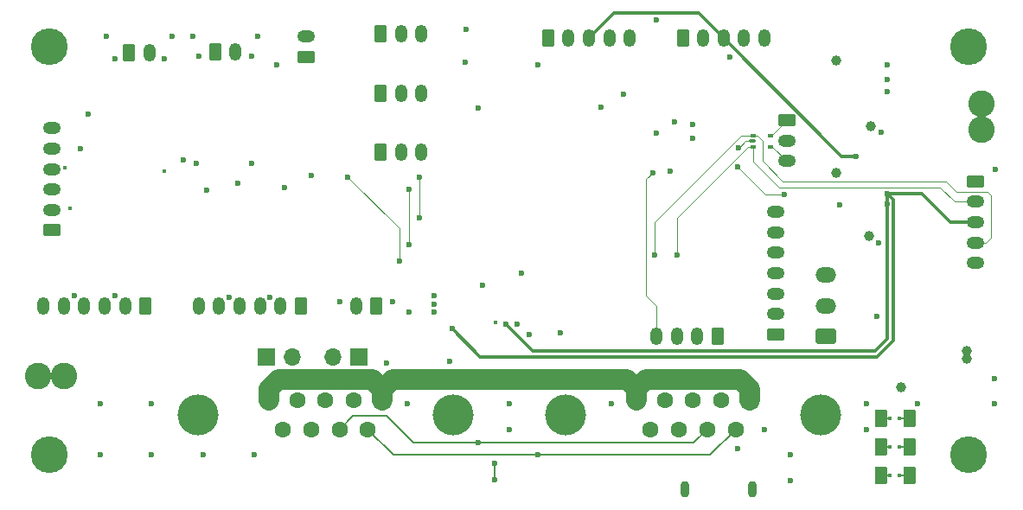
<source format=gbr>
%TF.GenerationSoftware,KiCad,Pcbnew,9.0.0*%
%TF.CreationDate,2025-05-15T12:14:53+12:00*%
%TF.ProjectId,ADC_Board,4144435f-426f-4617-9264-2e6b69636164,A*%
%TF.SameCoordinates,Original*%
%TF.FileFunction,Copper,L4,Bot*%
%TF.FilePolarity,Positive*%
%FSLAX46Y46*%
G04 Gerber Fmt 4.6, Leading zero omitted, Abs format (unit mm)*
G04 Created by KiCad (PCBNEW 9.0.0) date 2025-05-15 12:14:53*
%MOMM*%
%LPD*%
G01*
G04 APERTURE LIST*
G04 Aperture macros list*
%AMRoundRect*
0 Rectangle with rounded corners*
0 $1 Rounding radius*
0 $2 $3 $4 $5 $6 $7 $8 $9 X,Y pos of 4 corners*
0 Add a 4 corners polygon primitive as box body*
4,1,4,$2,$3,$4,$5,$6,$7,$8,$9,$2,$3,0*
0 Add four circle primitives for the rounded corners*
1,1,$1+$1,$2,$3*
1,1,$1+$1,$4,$5*
1,1,$1+$1,$6,$7*
1,1,$1+$1,$8,$9*
0 Add four rect primitives between the rounded corners*
20,1,$1+$1,$2,$3,$4,$5,0*
20,1,$1+$1,$4,$5,$6,$7,0*
20,1,$1+$1,$6,$7,$8,$9,0*
20,1,$1+$1,$8,$9,$2,$3,0*%
G04 Aperture macros list end*
%TA.AperFunction,ComponentPad*%
%ADD10RoundRect,0.250000X-0.625000X0.350000X-0.625000X-0.350000X0.625000X-0.350000X0.625000X0.350000X0*%
%TD*%
%TA.AperFunction,ComponentPad*%
%ADD11O,1.750000X1.200000*%
%TD*%
%TA.AperFunction,ComponentPad*%
%ADD12C,3.600000*%
%TD*%
%TA.AperFunction,ComponentPad*%
%ADD13R,1.700000X1.700000*%
%TD*%
%TA.AperFunction,ComponentPad*%
%ADD14O,1.700000X1.700000*%
%TD*%
%TA.AperFunction,ComponentPad*%
%ADD15C,2.600000*%
%TD*%
%TA.AperFunction,ComponentPad*%
%ADD16RoundRect,0.250000X0.625000X-0.350000X0.625000X0.350000X-0.625000X0.350000X-0.625000X-0.350000X0*%
%TD*%
%TA.AperFunction,ComponentPad*%
%ADD17RoundRect,0.250000X0.350000X0.625000X-0.350000X0.625000X-0.350000X-0.625000X0.350000X-0.625000X0*%
%TD*%
%TA.AperFunction,ComponentPad*%
%ADD18O,1.200000X1.750000*%
%TD*%
%TA.AperFunction,HeatsinkPad*%
%ADD19O,0.900000X1.600000*%
%TD*%
%TA.AperFunction,ComponentPad*%
%ADD20RoundRect,0.250000X-0.350000X-0.625000X0.350000X-0.625000X0.350000X0.625000X-0.350000X0.625000X0*%
%TD*%
%TA.AperFunction,ComponentPad*%
%ADD21RoundRect,0.250001X0.759999X-0.499999X0.759999X0.499999X-0.759999X0.499999X-0.759999X-0.499999X0*%
%TD*%
%TA.AperFunction,ComponentPad*%
%ADD22O,2.020000X1.500000*%
%TD*%
%TA.AperFunction,SMDPad,CuDef*%
%ADD23RoundRect,0.095000X-0.155000X-0.095000X0.155000X-0.095000X0.155000X0.095000X-0.155000X0.095000X0*%
%TD*%
%TA.AperFunction,SMDPad,CuDef*%
%ADD24RoundRect,0.075000X-0.250000X-0.075000X0.250000X-0.075000X0.250000X0.075000X-0.250000X0.075000X0*%
%TD*%
%TA.AperFunction,ComponentPad*%
%ADD25C,4.000000*%
%TD*%
%TA.AperFunction,ComponentPad*%
%ADD26R,1.600000X1.600000*%
%TD*%
%TA.AperFunction,ComponentPad*%
%ADD27C,1.600000*%
%TD*%
%TA.AperFunction,SMDPad,CuDef*%
%ADD28RoundRect,0.250000X-0.375000X-0.625000X0.375000X-0.625000X0.375000X0.625000X-0.375000X0.625000X0*%
%TD*%
%TA.AperFunction,ViaPad*%
%ADD29C,0.600000*%
%TD*%
%TA.AperFunction,ViaPad*%
%ADD30C,0.450000*%
%TD*%
%TA.AperFunction,ViaPad*%
%ADD31C,1.000000*%
%TD*%
%TA.AperFunction,Conductor*%
%ADD32C,0.100000*%
%TD*%
%TA.AperFunction,Conductor*%
%ADD33C,0.200000*%
%TD*%
%TA.AperFunction,Conductor*%
%ADD34C,2.000000*%
%TD*%
%TA.AperFunction,Conductor*%
%ADD35C,0.300000*%
%TD*%
G04 APERTURE END LIST*
D10*
%TO.P,J2,1,Pin_1*%
%TO.N,/UART2_RX*%
X167150000Y-82200000D03*
D11*
%TO.P,J2,2,Pin_2*%
%TO.N,GND*%
X167150000Y-84200000D03*
%TO.P,J2,3,Pin_3*%
%TO.N,/UART2_TX*%
X167150000Y-86200000D03*
%TD*%
D12*
%TO.P,H4,1,1*%
%TO.N,GND*%
X185000000Y-115000000D03*
%TD*%
D13*
%TO.P,J8,1,Pin_1*%
%TO.N,/CANH1*%
X125275000Y-105400000D03*
D14*
%TO.P,J8,2,Pin_2*%
%TO.N,Net-(J8-Pin_2)*%
X122735000Y-105400000D03*
%TD*%
D15*
%TO.P,TP19,1,1*%
%TO.N,GND*%
X93830000Y-107300000D03*
X96370000Y-107300000D03*
%TD*%
D13*
%TO.P,J9,1,Pin_1*%
%TO.N,/CANL2*%
X116200000Y-105400000D03*
D14*
%TO.P,J9,2,Pin_2*%
%TO.N,Net-(J9-Pin_2)*%
X118740000Y-105400000D03*
%TD*%
D15*
%TO.P,TP20,1,1*%
%TO.N,GND*%
X186200000Y-83140000D03*
X186200000Y-80600000D03*
%TD*%
D16*
%TO.P,J3,1,Pin_1*%
%TO.N,GND*%
X166050000Y-103200000D03*
D11*
%TO.P,J3,2,Pin_2*%
%TO.N,/E1*%
X166050000Y-101200000D03*
%TO.P,J3,3,Pin_3*%
%TO.N,/E2*%
X166050000Y-99200000D03*
%TO.P,J3,4,Pin_4*%
%TO.N,+3V3*%
X166050000Y-97200000D03*
%TO.P,J3,5,Pin_5*%
%TO.N,/E3*%
X166050000Y-95200000D03*
%TO.P,J3,6,Pin_6*%
%TO.N,/E4*%
X166050000Y-93200000D03*
%TO.P,J3,7,Pin_7*%
%TO.N,GND*%
X166050000Y-91200000D03*
%TD*%
D12*
%TO.P,H3,1,1*%
%TO.N,GND*%
X95000000Y-115000000D03*
%TD*%
D17*
%TO.P,J1,1,Pin_1*%
%TO.N,/SWCLK*%
X160400000Y-103400000D03*
D18*
%TO.P,J1,2,Pin_2*%
%TO.N,GND*%
X158400000Y-103400000D03*
%TO.P,J1,3,Pin_3*%
%TO.N,/SWDIO*%
X156400000Y-103400000D03*
%TO.P,J1,4,Pin_4*%
%TO.N,/NRST*%
X154400000Y-103400000D03*
%TD*%
D12*
%TO.P,H1,1,1*%
%TO.N,GND*%
X95000000Y-75000000D03*
%TD*%
%TO.P,H2,1,1*%
%TO.N,GND*%
X185000000Y-75000000D03*
%TD*%
D19*
%TO.P,J4,6,Shield*%
%TO.N,unconnected-(J4-Shield-Pad6)_4*%
X157200000Y-118400000D03*
%TO.N,unconnected-(J4-Shield-Pad6)*%
X163800000Y-118400000D03*
%TD*%
D20*
%TO.P,J15,1,Pin_1*%
%TO.N,GND*%
X127400000Y-73750000D03*
D18*
%TO.P,J15,2,Pin_2*%
%TO.N,Net-(J15-Pin_2)*%
X129400000Y-73750000D03*
%TO.P,J15,3,Pin_3*%
%TO.N,+5VA*%
X131400000Y-73750000D03*
%TD*%
D17*
%TO.P,J14,1,Pin_1*%
%TO.N,+5VA*%
X119600000Y-100450000D03*
D18*
%TO.P,J14,2,Pin_2*%
%TO.N,/Analog Domain/LC_B_SENSE+*%
X117600000Y-100450000D03*
%TO.P,J14,3,Pin_3*%
%TO.N,/Analog Domain/LC_B_SIG+*%
X115600000Y-100450000D03*
%TO.P,J14,4,Pin_4*%
%TO.N,/Analog Domain/LC_B_SIG-*%
X113600000Y-100450000D03*
%TO.P,J14,5,Pin_5*%
%TO.N,/Analog Domain/LC_B_SENSE-*%
X111600000Y-100450000D03*
%TO.P,J14,6,Pin_6*%
%TO.N,GND*%
X109600000Y-100450000D03*
%TD*%
D20*
%TO.P,J20,1,Pin_1*%
%TO.N,Net-(J20-Pin_1)*%
X102800000Y-75600000D03*
D18*
%TO.P,J20,2,Pin_2*%
%TO.N,Net-(J20-Pin_2)*%
X104800000Y-75600000D03*
%TD*%
D20*
%TO.P,J7,1,Pin_1*%
%TO.N,GND*%
X157000000Y-74200000D03*
D18*
%TO.P,J7,2,Pin_2*%
%TO.N,/I2C2_SDA*%
X159000000Y-74200000D03*
%TO.P,J7,3,Pin_3*%
%TO.N,+5V*%
X161000000Y-74200000D03*
%TO.P,J7,4,Pin_4*%
%TO.N,/I2C2_SCL*%
X163000000Y-74200000D03*
%TO.P,J7,5,Pin_5*%
%TO.N,+3V3*%
X165000000Y-74200000D03*
%TD*%
D21*
%TO.P,J12,1,Pin_1*%
%TO.N,Net-(J12-Pin_1)*%
X171000000Y-103400000D03*
D22*
%TO.P,J12,2,Pin_2*%
%TO.N,GND*%
X171000000Y-100400000D03*
%TO.P,J12,3,Pin_3*%
X171000000Y-97400000D03*
%TD*%
D23*
%TO.P,D1,1,K1*%
%TO.N,/I2C1_SDA*%
X163900000Y-84800000D03*
D24*
%TO.P,D1,2,A*%
%TO.N,GND*%
X163820000Y-84260000D03*
D23*
%TO.P,D1,3,K2*%
%TO.N,/I2C1_SCL*%
X163900000Y-83720000D03*
%TO.P,D1,4,K3*%
%TO.N,/UART2_RX*%
X165600000Y-83720000D03*
%TO.P,D1,5,K4*%
%TO.N,/UART2_TX*%
X165600000Y-84800000D03*
%TD*%
D25*
%TO.P,J11,0*%
%TO.N,N/C*%
X134500000Y-111080000D03*
X109500000Y-111080000D03*
D26*
%TO.P,J11,1,1*%
%TO.N,/+7V4_CAN*%
X127540000Y-109660000D03*
D27*
%TO.P,J11,2,2*%
%TO.N,GND*%
X124770000Y-109660000D03*
%TO.P,J11,3,3*%
%TO.N,unconnected-(J11-Pad3)*%
X122000000Y-109660000D03*
%TO.P,J11,4,4*%
%TO.N,GND*%
X119230000Y-109660000D03*
%TO.P,J11,5,5*%
%TO.N,/+7V4_CAN*%
X116460000Y-109660000D03*
%TO.P,J11,6,6*%
%TO.N,/CANH1*%
X126155000Y-112500000D03*
%TO.P,J11,7,7*%
%TO.N,/CANL1*%
X123385000Y-112500000D03*
%TO.P,J11,8,8*%
%TO.N,/CANH2*%
X120615000Y-112500000D03*
%TO.P,J11,9,9*%
%TO.N,/CANL2*%
X117845000Y-112500000D03*
%TD*%
D20*
%TO.P,J10,1,Pin_1*%
%TO.N,GND*%
X143800000Y-74200000D03*
D18*
%TO.P,J10,2,Pin_2*%
%TO.N,/I2C3_SDA*%
X145800000Y-74200000D03*
%TO.P,J10,3,Pin_3*%
%TO.N,+5V*%
X147800000Y-74200000D03*
%TO.P,J10,4,Pin_4*%
%TO.N,/I2C3_SCL*%
X149800000Y-74200000D03*
%TO.P,J10,5,Pin_5*%
%TO.N,+3V3*%
X151800000Y-74200000D03*
%TD*%
D20*
%TO.P,J17,1,Pin_1*%
%TO.N,GND*%
X127400000Y-79550000D03*
D18*
%TO.P,J17,2,Pin_2*%
%TO.N,Net-(J17-Pin_2)*%
X129400000Y-79550000D03*
%TO.P,J17,3,Pin_3*%
%TO.N,+5VA*%
X131400000Y-79550000D03*
%TD*%
D28*
%TO.P,D6,1,K*%
%TO.N,GND*%
X176400000Y-114200000D03*
%TO.P,D6,2,A*%
%TO.N,Net-(D6-A)*%
X179200000Y-114200000D03*
%TD*%
D16*
%TO.P,J13,1,Pin_1*%
%TO.N,+5VA*%
X95200000Y-93000000D03*
D11*
%TO.P,J13,2,Pin_2*%
%TO.N,/Analog Domain/LC_A_SENSE+*%
X95200000Y-91000000D03*
%TO.P,J13,3,Pin_3*%
%TO.N,/Analog Domain/LC_A_SIG+*%
X95200000Y-89000000D03*
%TO.P,J13,4,Pin_4*%
%TO.N,/Analog Domain/LC_A_SIG-*%
X95200000Y-87000000D03*
%TO.P,J13,5,Pin_5*%
%TO.N,/Analog Domain/LC_A_SENSE-*%
X95200000Y-85000000D03*
%TO.P,J13,6,Pin_6*%
%TO.N,GND*%
X95200000Y-83000000D03*
%TD*%
D28*
%TO.P,D7,1,K*%
%TO.N,GND*%
X176400000Y-117000000D03*
%TO.P,D7,2,A*%
%TO.N,Net-(D7-A)*%
X179200000Y-117000000D03*
%TD*%
D10*
%TO.P,J5,1,Pin_1*%
%TO.N,GND*%
X185650000Y-88200000D03*
D11*
%TO.P,J5,2,Pin_2*%
%TO.N,/I2C1_SDA*%
X185650000Y-90200000D03*
%TO.P,J5,3,Pin_3*%
%TO.N,+5V*%
X185650000Y-92200000D03*
%TO.P,J5,4,Pin_4*%
%TO.N,/I2C1_SCL*%
X185650000Y-94200000D03*
%TO.P,J5,5,Pin_5*%
%TO.N,+3V3*%
X185650000Y-96200000D03*
%TD*%
D17*
%TO.P,J18,1,Pin_1*%
%TO.N,Net-(J18-Pin_1)*%
X127000000Y-100400000D03*
D18*
%TO.P,J18,2,Pin_2*%
%TO.N,Net-(J18-Pin_2)*%
X125000000Y-100400000D03*
%TD*%
D16*
%TO.P,J22,1,Pin_1*%
%TO.N,Net-(J22-Pin_1)*%
X120150000Y-76000000D03*
D11*
%TO.P,J22,2,Pin_2*%
%TO.N,GND*%
X120150000Y-74000000D03*
%TD*%
D25*
%TO.P,J6,0*%
%TO.N,N/C*%
X170500000Y-111080000D03*
X145500000Y-111080000D03*
D26*
%TO.P,J6,1,1*%
%TO.N,/+7V4_CAN*%
X163540000Y-109660000D03*
D27*
%TO.P,J6,2,2*%
%TO.N,GND*%
X160770000Y-109660000D03*
%TO.P,J6,3,3*%
%TO.N,unconnected-(J6-Pad3)*%
X158000000Y-109660000D03*
%TO.P,J6,4,4*%
%TO.N,GND*%
X155230000Y-109660000D03*
%TO.P,J6,5,5*%
%TO.N,/+7V4_CAN*%
X152460000Y-109660000D03*
%TO.P,J6,6,6*%
%TO.N,/CANH1*%
X162155000Y-112500000D03*
%TO.P,J6,7,7*%
%TO.N,/CANL1*%
X159385000Y-112500000D03*
%TO.P,J6,8,8*%
%TO.N,/CANH2*%
X156615000Y-112500000D03*
%TO.P,J6,9,9*%
%TO.N,/CANL2*%
X153845000Y-112500000D03*
%TD*%
D20*
%TO.P,J19,1,Pin_1*%
%TO.N,GND*%
X127400000Y-85350000D03*
D18*
%TO.P,J19,2,Pin_2*%
%TO.N,Net-(J19-Pin_2)*%
X129400000Y-85350000D03*
%TO.P,J19,3,Pin_3*%
%TO.N,+5VA*%
X131400000Y-85350000D03*
%TD*%
D20*
%TO.P,J21,1,Pin_1*%
%TO.N,Net-(J21-Pin_1)*%
X111200000Y-75530000D03*
D18*
%TO.P,J21,2,Pin_2*%
%TO.N,Net-(J21-Pin_2)*%
X113200000Y-75530000D03*
%TD*%
D17*
%TO.P,J16,1,Pin_1*%
%TO.N,+5VA*%
X104400000Y-100400000D03*
D18*
%TO.P,J16,2,Pin_2*%
%TO.N,/Analog Domain/LC_C_SENSE+*%
X102400000Y-100400000D03*
%TO.P,J16,3,Pin_3*%
%TO.N,/Analog Domain/LC_C_SIG+*%
X100400000Y-100400000D03*
%TO.P,J16,4,Pin_4*%
%TO.N,/Analog Domain/LC_C_SIG-*%
X98400000Y-100400000D03*
%TO.P,J16,5,Pin_5*%
%TO.N,/Analog Domain/LC_C_SENSE-*%
X96400000Y-100400000D03*
%TO.P,J16,6,Pin_6*%
%TO.N,GND*%
X94400000Y-100400000D03*
%TD*%
D28*
%TO.P,D5,1,K*%
%TO.N,GND*%
X176400000Y-111400000D03*
%TO.P,D5,2,A*%
%TO.N,Net-(D5-A)*%
X179200000Y-111400000D03*
%TD*%
D29*
%TO.N,+3V3*%
X158000000Y-84000000D03*
X142800000Y-76800000D03*
X187600000Y-87000000D03*
X177000000Y-79400000D03*
X113400000Y-88400000D03*
X145000000Y-103000000D03*
X137387500Y-98387500D03*
X154443360Y-83442449D03*
X142000000Y-103200000D03*
X120600000Y-87600000D03*
X177000000Y-76800000D03*
X177000000Y-78200000D03*
X161600000Y-76000000D03*
%TO.N,GND*%
X101400000Y-76200000D03*
X115000000Y-115000000D03*
X105000000Y-115000000D03*
D30*
X97000000Y-90800000D03*
D29*
X107000000Y-74000000D03*
D31*
X184800000Y-104800000D03*
D29*
X162400000Y-114400000D03*
X109400000Y-86425000D03*
X162450000Y-84900000D03*
X106200000Y-76200000D03*
X141200000Y-97200000D03*
X114800000Y-75980000D03*
X130000000Y-110000000D03*
X140000000Y-112500000D03*
X123400000Y-100000000D03*
X176000000Y-101400000D03*
X187500000Y-107500000D03*
X158000000Y-82600000D03*
X140800000Y-102200000D03*
X128000000Y-106000000D03*
X128600000Y-100000000D03*
X165000000Y-112500000D03*
X110000000Y-115000000D03*
X155800000Y-87200000D03*
D31*
X172000000Y-87400000D03*
D29*
X180000000Y-110000000D03*
X116600000Y-99600000D03*
X105000000Y-110000000D03*
D30*
X138698828Y-102025000D03*
D29*
X112600000Y-99600000D03*
X167500000Y-115000000D03*
X176200000Y-94200000D03*
X114800000Y-86400000D03*
X135800000Y-73300000D03*
D30*
X177300000Y-114200000D03*
D29*
X135700000Y-76500000D03*
X137000000Y-81000000D03*
D31*
X178400000Y-108400000D03*
D29*
X151200000Y-79700000D03*
X187500000Y-110000000D03*
X98000000Y-85000000D03*
X100000000Y-115000000D03*
X140000000Y-110000000D03*
X115400000Y-73980000D03*
X108100000Y-86100000D03*
X154400000Y-72400000D03*
X134200000Y-105800000D03*
X97400000Y-99400000D03*
X175000000Y-110000000D03*
X109600000Y-75980000D03*
X149000000Y-80900000D03*
X110400000Y-89100000D03*
X150000000Y-110000000D03*
D31*
X184800000Y-105600000D03*
D29*
X176400000Y-83400000D03*
X167500000Y-117500000D03*
D31*
X175375000Y-82825000D03*
D29*
X101400000Y-99400000D03*
X156200000Y-82400000D03*
D30*
X177300000Y-111400000D03*
D29*
X118000000Y-88850000D03*
D31*
X172000000Y-76400000D03*
D29*
X172337500Y-90462500D03*
X100000000Y-110000000D03*
D30*
X177300000Y-117000000D03*
D29*
X98800000Y-81600000D03*
D31*
X175275000Y-93525000D03*
D29*
X175000000Y-112500000D03*
D30*
X96503498Y-86882745D03*
D29*
%TO.N,/CANL1*%
X137000000Y-113800000D03*
%TO.N,/CANH1*%
X142800000Y-115000000D03*
%TO.N,/CANL2*%
X138600000Y-117400000D03*
X138600000Y-115800000D03*
D30*
%TO.N,Net-(D6-A)*%
X178200000Y-114200000D03*
D29*
%TO.N,/NRST*%
X154050000Y-87350000D03*
%TO.N,/I2C1_SCL*%
X154200000Y-95400000D03*
%TO.N,/I2C1_SDA*%
X156400000Y-95400000D03*
%TO.N,/2S+ A10*%
X166900000Y-89500000D03*
X162400000Y-86800000D03*
%TO.N,+5V*%
X134400000Y-102600000D03*
X177000000Y-89400000D03*
X177000000Y-90400000D03*
X139700126Y-102200000D03*
X174000000Y-85725000D03*
%TO.N,+5VA*%
X109000000Y-73980000D03*
X117200000Y-76800000D03*
X132625000Y-101000000D03*
X130200000Y-101000000D03*
X132625000Y-99400000D03*
X132625000Y-100200000D03*
D30*
X106200000Y-87200000D03*
D29*
X100600000Y-74000000D03*
D30*
%TO.N,Net-(D5-A)*%
X178200000Y-111400000D03*
%TO.N,Net-(D7-A)*%
X178200000Y-117000000D03*
D29*
%TO.N,Net-(U5-RESET_N)*%
X124200000Y-87800000D03*
X129218896Y-95981104D03*
%TO.N,Net-(U5-DRDY_N)*%
X130200000Y-94380518D03*
X130200000Y-89000000D03*
%TO.N,Net-(U5-CS_N)*%
X131200000Y-91800000D03*
X131200000Y-87800000D03*
%TD*%
D32*
%TO.N,GND*%
X162500000Y-84900000D02*
X163140000Y-84260000D01*
X163140000Y-84260000D02*
X163820000Y-84260000D01*
D33*
X176400000Y-111400000D02*
X177300000Y-111400000D01*
X176400000Y-114200000D02*
X177300000Y-114200000D01*
D32*
X162450000Y-84900000D02*
X162500000Y-84900000D01*
D33*
X176400000Y-117000000D02*
X177300000Y-117000000D01*
%TO.N,/CANL1*%
X128000000Y-111200000D02*
X130600000Y-113800000D01*
X130600000Y-113800000D02*
X137000000Y-113800000D01*
X137000000Y-113800000D02*
X158085000Y-113800000D01*
X124685000Y-111200000D02*
X128000000Y-111200000D01*
X123385000Y-112500000D02*
X124685000Y-111200000D01*
X158085000Y-113800000D02*
X159385000Y-112500000D01*
%TO.N,/CANH1*%
X142800000Y-115000000D02*
X128655000Y-115000000D01*
X142800000Y-115000000D02*
X159655000Y-115000000D01*
X159655000Y-115000000D02*
X162155000Y-112500000D01*
X128655000Y-115000000D02*
X126155000Y-112500000D01*
%TO.N,/CANL2*%
X138600000Y-117400000D02*
X138600000Y-115800000D01*
%TO.N,Net-(D6-A)*%
X179200000Y-114200000D02*
X178200000Y-114200000D01*
D34*
%TO.N,/+7V4_CAN*%
X117388630Y-107600000D02*
X126600000Y-107600000D01*
X116460000Y-108528630D02*
X117388630Y-107600000D01*
X116460000Y-109660000D02*
X116460000Y-108528630D01*
X153388630Y-107600000D02*
X162600000Y-107600000D01*
X152460000Y-108528630D02*
X151531370Y-107600000D01*
X128600000Y-107600000D02*
X127600000Y-108600000D01*
X127540000Y-109660000D02*
X127540000Y-108660000D01*
X163540000Y-108540000D02*
X163540000Y-109660000D01*
X151531370Y-107600000D02*
X128600000Y-107600000D01*
X152460000Y-109660000D02*
X152460000Y-108528630D01*
X152460000Y-108528630D02*
X153388630Y-107600000D01*
X126600000Y-107600000D02*
X127600000Y-108600000D01*
X127540000Y-108660000D02*
X127600000Y-108600000D01*
X162600000Y-107600000D02*
X163540000Y-108540000D01*
D32*
%TO.N,/NRST*%
X154050000Y-87350000D02*
X153400000Y-88000000D01*
X154400000Y-100400000D02*
X154400000Y-103400000D01*
X153400000Y-99400000D02*
X154400000Y-100400000D01*
X153400000Y-88000000D02*
X153400000Y-99400000D01*
%TO.N,/UART2_RX*%
X165600000Y-83720000D02*
X165630000Y-83720000D01*
X165630000Y-83720000D02*
X167150000Y-82200000D01*
%TO.N,/UART2_TX*%
X165750000Y-84800000D02*
X167150000Y-86200000D01*
X165600000Y-84800000D02*
X165750000Y-84800000D01*
%TO.N,/I2C1_SCL*%
X186800000Y-89200000D02*
X187200000Y-89600000D01*
X186683912Y-94200000D02*
X185650000Y-94200000D01*
X154200000Y-95400000D02*
X154200000Y-92200000D01*
X183800000Y-89200000D02*
X186800000Y-89200000D01*
X182800000Y-88200000D02*
X183800000Y-89200000D01*
X187200000Y-89600000D02*
X187200000Y-93683912D01*
X164800000Y-84200000D02*
X164800000Y-86200000D01*
X162680000Y-83720000D02*
X163900000Y-83720000D01*
X164800000Y-86200000D02*
X166800000Y-88200000D01*
X166800000Y-88200000D02*
X182800000Y-88200000D01*
X164320000Y-83720000D02*
X164800000Y-84200000D01*
X163900000Y-83720000D02*
X164320000Y-83720000D01*
X154200000Y-92200000D02*
X162680000Y-83720000D01*
X187200000Y-93683912D02*
X186683912Y-94200000D01*
%TO.N,/I2C1_SDA*%
X166400000Y-88800000D02*
X182200000Y-88800000D01*
X163900000Y-86300000D02*
X166400000Y-88800000D01*
X183600000Y-90200000D02*
X185650000Y-90200000D01*
X163400000Y-84800000D02*
X163900000Y-84800000D01*
X163900000Y-84800000D02*
X163900000Y-86300000D01*
X156400000Y-91800000D02*
X163400000Y-84800000D01*
X156400000Y-95400000D02*
X156400000Y-91800000D01*
X182200000Y-88800000D02*
X183600000Y-90200000D01*
%TO.N,/2S+ A10*%
X166900000Y-89500000D02*
X165100000Y-89500000D01*
X165100000Y-89500000D02*
X162400000Y-86800000D01*
D35*
%TO.N,+5V*%
X177000000Y-89400000D02*
X180400000Y-89400000D01*
X134400000Y-102600000D02*
X137164000Y-105364000D01*
X177000000Y-90400000D02*
X177000000Y-103600000D01*
X161000000Y-74200000D02*
X158549000Y-71749000D01*
X177000000Y-103600000D02*
X175800000Y-104800000D01*
X137164000Y-105364000D02*
X176036000Y-105364000D01*
X150251000Y-71749000D02*
X147800000Y-74200000D01*
X175800000Y-104800000D02*
X142300126Y-104800000D01*
X177600000Y-103800000D02*
X177600000Y-90000000D01*
X177000000Y-90400000D02*
X177000000Y-89400000D01*
X174000000Y-85725000D02*
X172525000Y-85725000D01*
X180400000Y-89400000D02*
X183200000Y-92200000D01*
X158549000Y-71749000D02*
X150251000Y-71749000D01*
X172525000Y-85725000D02*
X161000000Y-74200000D01*
X177600000Y-90000000D02*
X177000000Y-89400000D01*
X142300126Y-104800000D02*
X139700126Y-102200000D01*
X183200000Y-92200000D02*
X185650000Y-92200000D01*
X176036000Y-105364000D02*
X177600000Y-103800000D01*
D33*
%TO.N,Net-(D5-A)*%
X178200000Y-111400000D02*
X179200000Y-111400000D01*
%TO.N,Net-(D7-A)*%
X179200000Y-117000000D02*
X178200000Y-117000000D01*
D32*
%TO.N,Net-(U5-RESET_N)*%
X129218896Y-92818896D02*
X129218896Y-95981104D01*
X124200000Y-87800000D02*
X129218896Y-92818896D01*
%TO.N,Net-(U5-DRDY_N)*%
X130200000Y-89000000D02*
X130200000Y-94380518D01*
%TO.N,Net-(U5-CS_N)*%
X131200000Y-87800000D02*
X131200000Y-91800000D01*
%TD*%
M02*

</source>
